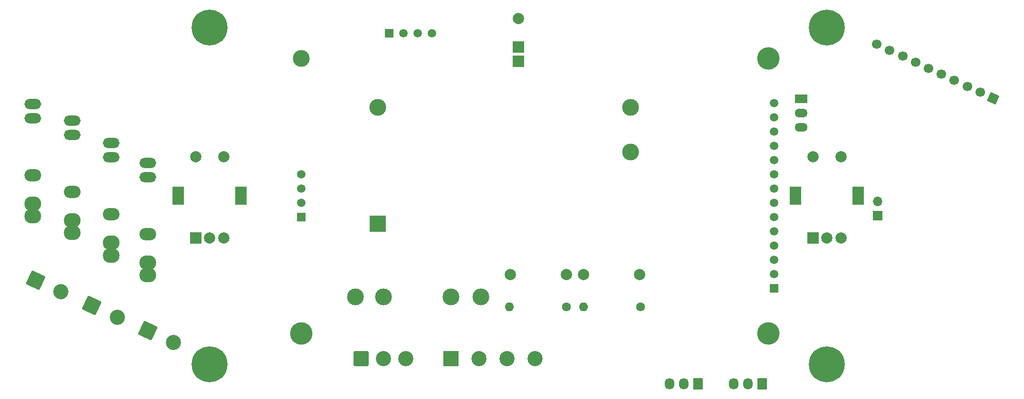
<source format=gbr>
G04 #@! TF.GenerationSoftware,KiCad,Pcbnew,7.0.7-7.0.7~ubuntu22.04.1*
G04 #@! TF.CreationDate,2023-09-28T17:26:37+09:00*
G04 #@! TF.ProjectId,ESP32DUALDIAL,45535033-3244-4554-914c-4449414c2e6b,rev?*
G04 #@! TF.SameCoordinates,Original*
G04 #@! TF.FileFunction,Soldermask,Bot*
G04 #@! TF.FilePolarity,Negative*
%FSLAX46Y46*%
G04 Gerber Fmt 4.6, Leading zero omitted, Abs format (unit mm)*
G04 Created by KiCad (PCBNEW 7.0.7-7.0.7~ubuntu22.04.1) date 2023-09-28 17:26:37*
%MOMM*%
%LPD*%
G01*
G04 APERTURE LIST*
G04 Aperture macros list*
%AMRoundRect*
0 Rectangle with rounded corners*
0 $1 Rounding radius*
0 $2 $3 $4 $5 $6 $7 $8 $9 X,Y pos of 4 corners*
0 Add a 4 corners polygon primitive as box body*
4,1,4,$2,$3,$4,$5,$6,$7,$8,$9,$2,$3,0*
0 Add four circle primitives for the rounded corners*
1,1,$1+$1,$2,$3*
1,1,$1+$1,$4,$5*
1,1,$1+$1,$6,$7*
1,1,$1+$1,$8,$9*
0 Add four rect primitives between the rounded corners*
20,1,$1+$1,$2,$3,$4,$5,0*
20,1,$1+$1,$4,$5,$6,$7,0*
20,1,$1+$1,$6,$7,$8,$9,0*
20,1,$1+$1,$8,$9,$2,$3,0*%
%AMHorizOval*
0 Thick line with rounded ends*
0 $1 width*
0 $2 $3 position (X,Y) of the first rounded end (center of the circle)*
0 $4 $5 position (X,Y) of the second rounded end (center of the circle)*
0 Add line between two ends*
20,1,$1,$2,$3,$4,$5,0*
0 Add two circle primitives to create the rounded ends*
1,1,$1,$2,$3*
1,1,$1,$4,$5*%
%AMRotRect*
0 Rectangle, with rotation*
0 The origin of the aperture is its center*
0 $1 length*
0 $2 width*
0 $3 Rotation angle, in degrees counterclockwise*
0 Add horizontal line*
21,1,$1,$2,0,0,$3*%
G04 Aperture macros list end*
%ADD10R,2.000000X2.000000*%
%ADD11C,2.000000*%
%ADD12R,2.000000X3.200000*%
%ADD13C,6.400000*%
%ADD14C,4.000000*%
%ADD15C,3.000000*%
%ADD16R,1.500000X1.500000*%
%ADD17C,1.500000*%
%ADD18R,1.700000X1.700000*%
%ADD19O,1.700000X1.700000*%
%ADD20R,2.300000X1.500000*%
%ADD21O,2.300000X1.500000*%
%ADD22RotRect,1.700000X1.700000X65.000000*%
%ADD23HorizOval,1.700000X0.000000X0.000000X0.000000X0.000000X0*%
%ADD24R,3.000000X3.000000*%
%ADD25RoundRect,0.250001X-1.099999X-1.099999X1.099999X-1.099999X1.099999X1.099999X-1.099999X1.099999X0*%
%ADD26C,2.700000*%
%ADD27RoundRect,0.250001X-1.461817X-0.532058X0.532058X-1.461817X1.461817X0.532058X-0.532058X1.461817X0*%
%ADD28R,2.700000X2.700000*%
%ADD29R,1.730000X2.030000*%
%ADD30O,1.730000X2.030000*%
%ADD31O,3.000000X2.600000*%
%ADD32O,3.000000X2.200000*%
%ADD33O,3.000000X1.800000*%
%ADD34C,1.600000*%
%ADD35O,1.600000X1.600000*%
G04 APERTURE END LIST*
D10*
X167500000Y-117500000D03*
D11*
X172500000Y-117500000D03*
X170000000Y-117500000D03*
D12*
X164400000Y-110000000D03*
X175600000Y-110000000D03*
D11*
X172500000Y-103000000D03*
X167500000Y-103000000D03*
D13*
X170000000Y-140000000D03*
X60000000Y-140000000D03*
D10*
X57500000Y-117500000D03*
D11*
X62500000Y-117500000D03*
X60000000Y-117500000D03*
D12*
X54400000Y-110000000D03*
X65600000Y-110000000D03*
D11*
X62500000Y-103000000D03*
X57500000Y-103000000D03*
D13*
X170000000Y-80000000D03*
X60000000Y-80000000D03*
D14*
X159600000Y-134500000D03*
X159600000Y-85500000D03*
X76300000Y-134500000D03*
D15*
X76300000Y-85500000D03*
D16*
X160600000Y-126501000D03*
D17*
X160600000Y-123961000D03*
X160600000Y-121421000D03*
X160600000Y-118881000D03*
X160600000Y-116341000D03*
X160600000Y-113801000D03*
X160600000Y-111261000D03*
X160600000Y-108721000D03*
X160600000Y-106181000D03*
X160600000Y-103641000D03*
X160600000Y-101101000D03*
X160600000Y-98561000D03*
X160600000Y-96021000D03*
X160600000Y-93481000D03*
D16*
X76300000Y-113801000D03*
D17*
X76300000Y-111261000D03*
X76300000Y-108721000D03*
X76300000Y-106181000D03*
D18*
X179000000Y-113500000D03*
D19*
X179000000Y-110960000D03*
D20*
X165400000Y-92720000D03*
D21*
X165400000Y-95260000D03*
X165400000Y-97800000D03*
D22*
X199604044Y-92612543D03*
D23*
X197302022Y-91539093D03*
X195000000Y-90465642D03*
X192697979Y-89392192D03*
X190395957Y-88318741D03*
X188093935Y-87245291D03*
X185791913Y-86171841D03*
X183489892Y-85098390D03*
X181187870Y-84024940D03*
X178885848Y-82951490D03*
D16*
X92000000Y-81000000D03*
D17*
X94540000Y-81000000D03*
X97080000Y-81000000D03*
X99620000Y-81000000D03*
D24*
X90000000Y-115000000D03*
D15*
X90000000Y-94200000D03*
X135000000Y-94200000D03*
X135000000Y-102200000D03*
X86000000Y-128000000D03*
X91000000Y-128000000D03*
X103000000Y-128000000D03*
X108300000Y-128000000D03*
D25*
X87000000Y-139000000D03*
D26*
X90960000Y-139000000D03*
X94920000Y-139000000D03*
D27*
X49000000Y-134000000D03*
D26*
X53531539Y-136113091D03*
D28*
X103000000Y-139000000D03*
D26*
X108000000Y-139000000D03*
X113000000Y-139000000D03*
X118000000Y-139000000D03*
D27*
X39000000Y-129500000D03*
D26*
X43531539Y-131613091D03*
D27*
X29000000Y-125000000D03*
D26*
X33531539Y-127113091D03*
D29*
X158500000Y-143500000D03*
D30*
X155960000Y-143500000D03*
X153420000Y-143500000D03*
D29*
X147000000Y-143500000D03*
D30*
X144460000Y-143500000D03*
X141920000Y-143500000D03*
D10*
X115000000Y-86000000D03*
X115000000Y-83500000D03*
D11*
X115000000Y-78400000D03*
D31*
X42500000Y-120600000D03*
X42500000Y-118380000D03*
D32*
X42500000Y-113300000D03*
D33*
X42500000Y-103140000D03*
X42500000Y-100600000D03*
D31*
X35500000Y-116600000D03*
X35500000Y-114380000D03*
D32*
X35500000Y-109300000D03*
D33*
X35500000Y-99140000D03*
X35500000Y-96600000D03*
D31*
X28500000Y-113600000D03*
X28500000Y-111380000D03*
D32*
X28500000Y-106300000D03*
D33*
X28500000Y-96140000D03*
X28500000Y-93600000D03*
D31*
X49000000Y-124100000D03*
X49000000Y-121880000D03*
D32*
X49000000Y-116800000D03*
D33*
X49000000Y-106640000D03*
X49000000Y-104100000D03*
D11*
X136600000Y-124000000D03*
X126600000Y-124000000D03*
D34*
X136760000Y-129800000D03*
D35*
X126600000Y-129800000D03*
D11*
X123600000Y-124000000D03*
X113600000Y-124000000D03*
D34*
X123600000Y-129800000D03*
D35*
X113440000Y-129800000D03*
M02*

</source>
